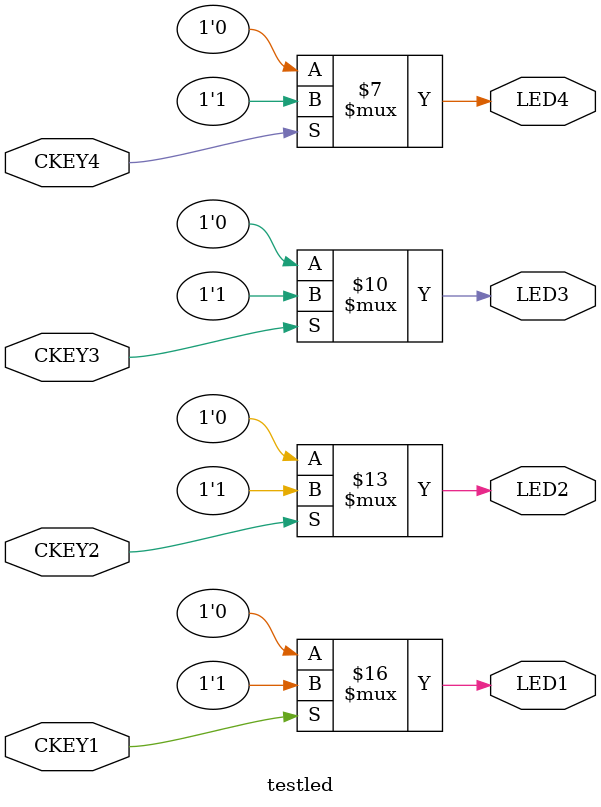
<source format=v>
module testled(
  LED1,  //these are the connections to the module that we expose externally
  LED2, //external pin number is assigned in the UCF file like this:
  LED3,
  LED4,
  CKEY1,
  CKEY2,
  CKEY3,
  CKEY4
  
               //NET "LED"            LOC =  "P39";
               //NET "LED_INV"        LOC =  "P38";
   );


   output LED1;//LED D1 is an output from the module
   output LED2; //LED_INV is also an output
	output LED3;
	output LED4;
	
	input CKEY1;
	input CKEY2;
	input CKEY3;
	input CKEY4;

   reg LED1;//a register to output LED
   reg LED2; //a register to output LED_INV
	reg LED3;
	reg LED4;
	
	wire CKEY1;
	wire CKEY2;
	wire CKEY3;
	wire CKEY4;

   always //start of the action section
   begin
       //LED1=1'b0; //Hold the LED D1 on (high)
       //LED2=1'b1; //Hold LED D2 off (low)
		 //LED3=1'b0;
		 //LED4=1'b1;
                   //other states are
                   //1'b1 HIGH
                   //1'b0 LOW
                   //1'bz HiZ (input)
	if (CKEY1 == 0)
	    LED1=1'b0;
   else
	    LED1=1'b1;
		 
	if (CKEY2 == 0)
	    LED2=1'b0;
   else
	    LED2=1'b1;
		 
	if (CKEY3 == 0)
	    LED3=1'b0;
   else
	    LED3=1'b1;
		 
	if (CKEY4 == 0)
	    LED4=1'b0;
   else
	    LED4=1'b1;
		 
   end

endmodule

</source>
